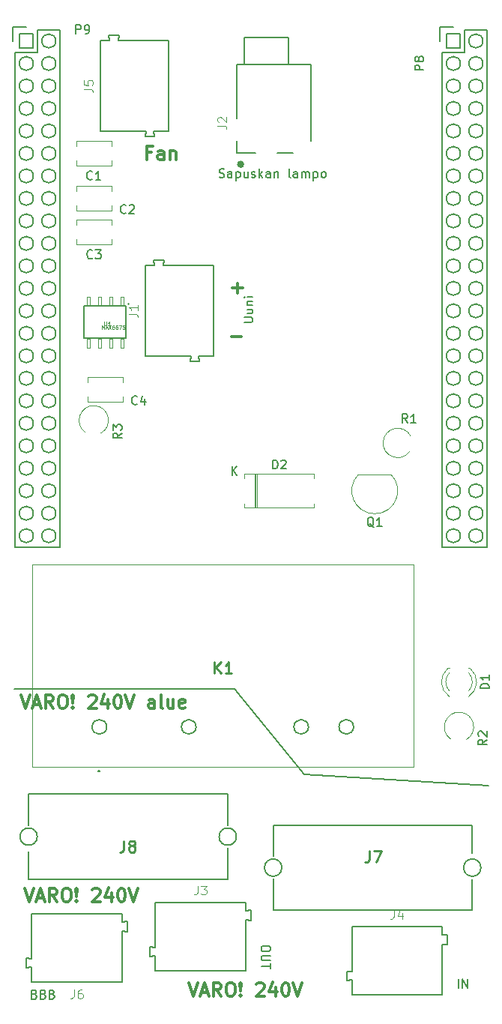
<source format=gto>
G04 #@! TF.GenerationSoftware,KiCad,Pcbnew,5.1.5-1.fc30*
G04 #@! TF.CreationDate,2020-06-02T12:14:53+03:00*
G04 #@! TF.ProjectId,savustin_real2,73617675-7374-4696-9e5f-7265616c322e,rev?*
G04 #@! TF.SameCoordinates,PX6d2994cPYa3a71e0*
G04 #@! TF.FileFunction,Legend,Top*
G04 #@! TF.FilePolarity,Positive*
%FSLAX46Y46*%
G04 Gerber Fmt 4.6, Leading zero omitted, Abs format (unit mm)*
G04 Created by KiCad (PCBNEW 5.1.5-1.fc30) date 2020-06-02 12:14:53*
%MOMM*%
%LPD*%
G04 APERTURE LIST*
%ADD10C,0.150000*%
%ADD11C,0.300000*%
%ADD12C,0.200000*%
%ADD13C,0.101600*%
%ADD14C,0.152400*%
%ADD15C,0.066040*%
%ADD16C,0.400000*%
%ADD17C,0.127000*%
%ADD18C,0.120000*%
%ADD19C,0.100000*%
%ADD20C,0.254000*%
%ADD21C,0.025400*%
%ADD22C,0.015000*%
G04 APERTURE END LIST*
D10*
X33274000Y26416000D02*
X54102000Y25146000D01*
X25400000Y36068000D02*
X33274000Y26416000D01*
X508000Y36068000D02*
X25400000Y36068000D01*
D11*
X20277142Y2853429D02*
X20777142Y1353429D01*
X21277142Y2853429D01*
X21705714Y1782000D02*
X22420000Y1782000D01*
X21562857Y1353429D02*
X22062857Y2853429D01*
X22562857Y1353429D01*
X23920000Y1353429D02*
X23420000Y2067715D01*
X23062857Y1353429D02*
X23062857Y2853429D01*
X23634285Y2853429D01*
X23777142Y2782000D01*
X23848571Y2710572D01*
X23920000Y2567715D01*
X23920000Y2353429D01*
X23848571Y2210572D01*
X23777142Y2139143D01*
X23634285Y2067715D01*
X23062857Y2067715D01*
X24848571Y2853429D02*
X25134285Y2853429D01*
X25277142Y2782000D01*
X25420000Y2639143D01*
X25491428Y2353429D01*
X25491428Y1853429D01*
X25420000Y1567715D01*
X25277142Y1424858D01*
X25134285Y1353429D01*
X24848571Y1353429D01*
X24705714Y1424858D01*
X24562857Y1567715D01*
X24491428Y1853429D01*
X24491428Y2353429D01*
X24562857Y2639143D01*
X24705714Y2782000D01*
X24848571Y2853429D01*
X26134285Y1496286D02*
X26205714Y1424858D01*
X26134285Y1353429D01*
X26062857Y1424858D01*
X26134285Y1496286D01*
X26134285Y1353429D01*
X26134285Y1924858D02*
X26062857Y2782000D01*
X26134285Y2853429D01*
X26205714Y2782000D01*
X26134285Y1924858D01*
X26134285Y2853429D01*
X27920000Y2710572D02*
X27991428Y2782000D01*
X28134285Y2853429D01*
X28491428Y2853429D01*
X28634285Y2782000D01*
X28705714Y2710572D01*
X28777142Y2567715D01*
X28777142Y2424858D01*
X28705714Y2210572D01*
X27848571Y1353429D01*
X28777142Y1353429D01*
X30062857Y2353429D02*
X30062857Y1353429D01*
X29705714Y2924858D02*
X29348571Y1853429D01*
X30277142Y1853429D01*
X31134285Y2853429D02*
X31277142Y2853429D01*
X31420000Y2782000D01*
X31491428Y2710572D01*
X31562857Y2567715D01*
X31634285Y2282000D01*
X31634285Y1924858D01*
X31562857Y1639143D01*
X31491428Y1496286D01*
X31420000Y1424858D01*
X31277142Y1353429D01*
X31134285Y1353429D01*
X30991428Y1424858D01*
X30920000Y1496286D01*
X30848571Y1639143D01*
X30777142Y1924858D01*
X30777142Y2282000D01*
X30848571Y2567715D01*
X30920000Y2710572D01*
X30991428Y2782000D01*
X31134285Y2853429D01*
X32062857Y2853429D02*
X32562857Y1353429D01*
X33062857Y2853429D01*
X1735142Y13521429D02*
X2235142Y12021429D01*
X2735142Y13521429D01*
X3163714Y12450000D02*
X3878000Y12450000D01*
X3020857Y12021429D02*
X3520857Y13521429D01*
X4020857Y12021429D01*
X5378000Y12021429D02*
X4878000Y12735715D01*
X4520857Y12021429D02*
X4520857Y13521429D01*
X5092285Y13521429D01*
X5235142Y13450000D01*
X5306571Y13378572D01*
X5378000Y13235715D01*
X5378000Y13021429D01*
X5306571Y12878572D01*
X5235142Y12807143D01*
X5092285Y12735715D01*
X4520857Y12735715D01*
X6306571Y13521429D02*
X6592285Y13521429D01*
X6735142Y13450000D01*
X6878000Y13307143D01*
X6949428Y13021429D01*
X6949428Y12521429D01*
X6878000Y12235715D01*
X6735142Y12092858D01*
X6592285Y12021429D01*
X6306571Y12021429D01*
X6163714Y12092858D01*
X6020857Y12235715D01*
X5949428Y12521429D01*
X5949428Y13021429D01*
X6020857Y13307143D01*
X6163714Y13450000D01*
X6306571Y13521429D01*
X7592285Y12164286D02*
X7663714Y12092858D01*
X7592285Y12021429D01*
X7520857Y12092858D01*
X7592285Y12164286D01*
X7592285Y12021429D01*
X7592285Y12592858D02*
X7520857Y13450000D01*
X7592285Y13521429D01*
X7663714Y13450000D01*
X7592285Y12592858D01*
X7592285Y13521429D01*
X9378000Y13378572D02*
X9449428Y13450000D01*
X9592285Y13521429D01*
X9949428Y13521429D01*
X10092285Y13450000D01*
X10163714Y13378572D01*
X10235142Y13235715D01*
X10235142Y13092858D01*
X10163714Y12878572D01*
X9306571Y12021429D01*
X10235142Y12021429D01*
X11520857Y13021429D02*
X11520857Y12021429D01*
X11163714Y13592858D02*
X10806571Y12521429D01*
X11735142Y12521429D01*
X12592285Y13521429D02*
X12735142Y13521429D01*
X12878000Y13450000D01*
X12949428Y13378572D01*
X13020857Y13235715D01*
X13092285Y12950000D01*
X13092285Y12592858D01*
X13020857Y12307143D01*
X12949428Y12164286D01*
X12878000Y12092858D01*
X12735142Y12021429D01*
X12592285Y12021429D01*
X12449428Y12092858D01*
X12378000Y12164286D01*
X12306571Y12307143D01*
X12235142Y12592858D01*
X12235142Y12950000D01*
X12306571Y13235715D01*
X12378000Y13378572D01*
X12449428Y13450000D01*
X12592285Y13521429D01*
X13520857Y13521429D02*
X14020857Y12021429D01*
X14520857Y13521429D01*
D10*
X2830628Y1544629D02*
X2973485Y1497010D01*
X3021104Y1449391D01*
X3068723Y1354153D01*
X3068723Y1211296D01*
X3021104Y1116058D01*
X2973485Y1068439D01*
X2878247Y1020820D01*
X2497295Y1020820D01*
X2497295Y2020820D01*
X2830628Y2020820D01*
X2925866Y1973200D01*
X2973485Y1925581D01*
X3021104Y1830343D01*
X3021104Y1735105D01*
X2973485Y1639867D01*
X2925866Y1592248D01*
X2830628Y1544629D01*
X2497295Y1544629D01*
X3830628Y1544629D02*
X3973485Y1497010D01*
X4021104Y1449391D01*
X4068723Y1354153D01*
X4068723Y1211296D01*
X4021104Y1116058D01*
X3973485Y1068439D01*
X3878247Y1020820D01*
X3497295Y1020820D01*
X3497295Y2020820D01*
X3830628Y2020820D01*
X3925866Y1973200D01*
X3973485Y1925581D01*
X4021104Y1830343D01*
X4021104Y1735105D01*
X3973485Y1639867D01*
X3925866Y1592248D01*
X3830628Y1544629D01*
X3497295Y1544629D01*
X4830628Y1544629D02*
X4973485Y1497010D01*
X5021104Y1449391D01*
X5068723Y1354153D01*
X5068723Y1211296D01*
X5021104Y1116058D01*
X4973485Y1068439D01*
X4878247Y1020820D01*
X4497295Y1020820D01*
X4497295Y2020820D01*
X4830628Y2020820D01*
X4925866Y1973200D01*
X4973485Y1925581D01*
X5021104Y1830343D01*
X5021104Y1735105D01*
X4973485Y1639867D01*
X4925866Y1592248D01*
X4830628Y1544629D01*
X4497295Y1544629D01*
D11*
X16002142Y96627143D02*
X15502142Y96627143D01*
X15502142Y95841429D02*
X15502142Y97341429D01*
X16216428Y97341429D01*
X17430714Y95841429D02*
X17430714Y96627143D01*
X17359285Y96770000D01*
X17216428Y96841429D01*
X16930714Y96841429D01*
X16787857Y96770000D01*
X17430714Y95912858D02*
X17287857Y95841429D01*
X16930714Y95841429D01*
X16787857Y95912858D01*
X16716428Y96055715D01*
X16716428Y96198572D01*
X16787857Y96341429D01*
X16930714Y96412858D01*
X17287857Y96412858D01*
X17430714Y96484286D01*
X18145000Y96841429D02*
X18145000Y95841429D01*
X18145000Y96698572D02*
X18216428Y96770000D01*
X18359285Y96841429D01*
X18573571Y96841429D01*
X18716428Y96770000D01*
X18787857Y96627143D01*
X18787857Y95841429D01*
D10*
X23694190Y93829239D02*
X23837047Y93781620D01*
X24075142Y93781620D01*
X24170380Y93829239D01*
X24218000Y93876858D01*
X24265619Y93972096D01*
X24265619Y94067334D01*
X24218000Y94162572D01*
X24170380Y94210191D01*
X24075142Y94257810D01*
X23884666Y94305429D01*
X23789428Y94353048D01*
X23741809Y94400667D01*
X23694190Y94495905D01*
X23694190Y94591143D01*
X23741809Y94686381D01*
X23789428Y94734000D01*
X23884666Y94781620D01*
X24122761Y94781620D01*
X24265619Y94734000D01*
X25122761Y93781620D02*
X25122761Y94305429D01*
X25075142Y94400667D01*
X24979904Y94448286D01*
X24789428Y94448286D01*
X24694190Y94400667D01*
X25122761Y93829239D02*
X25027523Y93781620D01*
X24789428Y93781620D01*
X24694190Y93829239D01*
X24646571Y93924477D01*
X24646571Y94019715D01*
X24694190Y94114953D01*
X24789428Y94162572D01*
X25027523Y94162572D01*
X25122761Y94210191D01*
X25598952Y94448286D02*
X25598952Y93448286D01*
X25598952Y94400667D02*
X25694190Y94448286D01*
X25884666Y94448286D01*
X25979904Y94400667D01*
X26027523Y94353048D01*
X26075142Y94257810D01*
X26075142Y93972096D01*
X26027523Y93876858D01*
X25979904Y93829239D01*
X25884666Y93781620D01*
X25694190Y93781620D01*
X25598952Y93829239D01*
X26932285Y94448286D02*
X26932285Y93781620D01*
X26503714Y94448286D02*
X26503714Y93924477D01*
X26551333Y93829239D01*
X26646571Y93781620D01*
X26789428Y93781620D01*
X26884666Y93829239D01*
X26932285Y93876858D01*
X27360857Y93829239D02*
X27456095Y93781620D01*
X27646571Y93781620D01*
X27741809Y93829239D01*
X27789428Y93924477D01*
X27789428Y93972096D01*
X27741809Y94067334D01*
X27646571Y94114953D01*
X27503714Y94114953D01*
X27408476Y94162572D01*
X27360857Y94257810D01*
X27360857Y94305429D01*
X27408476Y94400667D01*
X27503714Y94448286D01*
X27646571Y94448286D01*
X27741809Y94400667D01*
X28218000Y93781620D02*
X28218000Y94781620D01*
X28313238Y94162572D02*
X28598952Y93781620D01*
X28598952Y94448286D02*
X28218000Y94067334D01*
X29456095Y93781620D02*
X29456095Y94305429D01*
X29408476Y94400667D01*
X29313238Y94448286D01*
X29122761Y94448286D01*
X29027523Y94400667D01*
X29456095Y93829239D02*
X29360857Y93781620D01*
X29122761Y93781620D01*
X29027523Y93829239D01*
X28979904Y93924477D01*
X28979904Y94019715D01*
X29027523Y94114953D01*
X29122761Y94162572D01*
X29360857Y94162572D01*
X29456095Y94210191D01*
X29932285Y94448286D02*
X29932285Y93781620D01*
X29932285Y94353048D02*
X29979904Y94400667D01*
X30075142Y94448286D01*
X30218000Y94448286D01*
X30313238Y94400667D01*
X30360857Y94305429D01*
X30360857Y93781620D01*
X31741809Y93781620D02*
X31646571Y93829239D01*
X31598952Y93924477D01*
X31598952Y94781620D01*
X32551333Y93781620D02*
X32551333Y94305429D01*
X32503714Y94400667D01*
X32408476Y94448286D01*
X32218000Y94448286D01*
X32122761Y94400667D01*
X32551333Y93829239D02*
X32456095Y93781620D01*
X32218000Y93781620D01*
X32122761Y93829239D01*
X32075142Y93924477D01*
X32075142Y94019715D01*
X32122761Y94114953D01*
X32218000Y94162572D01*
X32456095Y94162572D01*
X32551333Y94210191D01*
X33027523Y93781620D02*
X33027523Y94448286D01*
X33027523Y94353048D02*
X33075142Y94400667D01*
X33170380Y94448286D01*
X33313238Y94448286D01*
X33408476Y94400667D01*
X33456095Y94305429D01*
X33456095Y93781620D01*
X33456095Y94305429D02*
X33503714Y94400667D01*
X33598952Y94448286D01*
X33741809Y94448286D01*
X33837047Y94400667D01*
X33884666Y94305429D01*
X33884666Y93781620D01*
X34360857Y94448286D02*
X34360857Y93448286D01*
X34360857Y94400667D02*
X34456095Y94448286D01*
X34646571Y94448286D01*
X34741809Y94400667D01*
X34789428Y94353048D01*
X34837047Y94257810D01*
X34837047Y93972096D01*
X34789428Y93876858D01*
X34741809Y93829239D01*
X34646571Y93781620D01*
X34456095Y93781620D01*
X34360857Y93829239D01*
X35408476Y93781620D02*
X35313238Y93829239D01*
X35265619Y93876858D01*
X35218000Y93972096D01*
X35218000Y94257810D01*
X35265619Y94353048D01*
X35313238Y94400667D01*
X35408476Y94448286D01*
X35551333Y94448286D01*
X35646571Y94400667D01*
X35694190Y94353048D01*
X35741809Y94257810D01*
X35741809Y93972096D01*
X35694190Y93876858D01*
X35646571Y93829239D01*
X35551333Y93781620D01*
X35408476Y93781620D01*
X26503380Y77438429D02*
X27312904Y77438429D01*
X27408142Y77486048D01*
X27455761Y77533667D01*
X27503380Y77628905D01*
X27503380Y77819381D01*
X27455761Y77914620D01*
X27408142Y77962239D01*
X27312904Y78009858D01*
X26503380Y78009858D01*
X26836714Y78914620D02*
X27503380Y78914620D01*
X26836714Y78486048D02*
X27360523Y78486048D01*
X27455761Y78533667D01*
X27503380Y78628905D01*
X27503380Y78771762D01*
X27455761Y78867000D01*
X27408142Y78914620D01*
X26836714Y79390810D02*
X27503380Y79390810D01*
X26931952Y79390810D02*
X26884333Y79438429D01*
X26836714Y79533667D01*
X26836714Y79676524D01*
X26884333Y79771762D01*
X26979571Y79819381D01*
X27503380Y79819381D01*
X27503380Y80295572D02*
X26836714Y80295572D01*
X26503380Y80295572D02*
X26551000Y80247953D01*
X26598619Y80295572D01*
X26551000Y80343191D01*
X26503380Y80295572D01*
X26598619Y80295572D01*
X50733390Y2290820D02*
X50733390Y3290820D01*
X51209580Y2290820D02*
X51209580Y3290820D01*
X51781009Y2290820D01*
X51781009Y3290820D01*
X29452819Y6791200D02*
X29452819Y6600724D01*
X29405200Y6505486D01*
X29309961Y6410248D01*
X29119485Y6362629D01*
X28786152Y6362629D01*
X28595676Y6410248D01*
X28500438Y6505486D01*
X28452819Y6600724D01*
X28452819Y6791200D01*
X28500438Y6886439D01*
X28595676Y6981677D01*
X28786152Y7029296D01*
X29119485Y7029296D01*
X29309961Y6981677D01*
X29405200Y6886439D01*
X29452819Y6791200D01*
X29452819Y5934058D02*
X28643295Y5934058D01*
X28548057Y5886439D01*
X28500438Y5838820D01*
X28452819Y5743581D01*
X28452819Y5553105D01*
X28500438Y5457867D01*
X28548057Y5410248D01*
X28643295Y5362629D01*
X29452819Y5362629D01*
X29452819Y5029296D02*
X29452819Y4457867D01*
X28452819Y4743581D02*
X29452819Y4743581D01*
D11*
X1310857Y35365429D02*
X1810857Y33865429D01*
X2310857Y35365429D01*
X2739428Y34294000D02*
X3453714Y34294000D01*
X2596571Y33865429D02*
X3096571Y35365429D01*
X3596571Y33865429D01*
X4953714Y33865429D02*
X4453714Y34579715D01*
X4096571Y33865429D02*
X4096571Y35365429D01*
X4668000Y35365429D01*
X4810857Y35294000D01*
X4882285Y35222572D01*
X4953714Y35079715D01*
X4953714Y34865429D01*
X4882285Y34722572D01*
X4810857Y34651143D01*
X4668000Y34579715D01*
X4096571Y34579715D01*
X5882285Y35365429D02*
X6168000Y35365429D01*
X6310857Y35294000D01*
X6453714Y35151143D01*
X6525142Y34865429D01*
X6525142Y34365429D01*
X6453714Y34079715D01*
X6310857Y33936858D01*
X6168000Y33865429D01*
X5882285Y33865429D01*
X5739428Y33936858D01*
X5596571Y34079715D01*
X5525142Y34365429D01*
X5525142Y34865429D01*
X5596571Y35151143D01*
X5739428Y35294000D01*
X5882285Y35365429D01*
X7168000Y34008286D02*
X7239428Y33936858D01*
X7168000Y33865429D01*
X7096571Y33936858D01*
X7168000Y34008286D01*
X7168000Y33865429D01*
X7168000Y34436858D02*
X7096571Y35294000D01*
X7168000Y35365429D01*
X7239428Y35294000D01*
X7168000Y34436858D01*
X7168000Y35365429D01*
X8953714Y35222572D02*
X9025142Y35294000D01*
X9168000Y35365429D01*
X9525142Y35365429D01*
X9668000Y35294000D01*
X9739428Y35222572D01*
X9810857Y35079715D01*
X9810857Y34936858D01*
X9739428Y34722572D01*
X8882285Y33865429D01*
X9810857Y33865429D01*
X11096571Y34865429D02*
X11096571Y33865429D01*
X10739428Y35436858D02*
X10382285Y34365429D01*
X11310857Y34365429D01*
X12168000Y35365429D02*
X12310857Y35365429D01*
X12453714Y35294000D01*
X12525142Y35222572D01*
X12596571Y35079715D01*
X12668000Y34794000D01*
X12668000Y34436858D01*
X12596571Y34151143D01*
X12525142Y34008286D01*
X12453714Y33936858D01*
X12310857Y33865429D01*
X12168000Y33865429D01*
X12025142Y33936858D01*
X11953714Y34008286D01*
X11882285Y34151143D01*
X11810857Y34436858D01*
X11810857Y34794000D01*
X11882285Y35079715D01*
X11953714Y35222572D01*
X12025142Y35294000D01*
X12168000Y35365429D01*
X13096571Y35365429D02*
X13596571Y33865429D01*
X14096571Y35365429D01*
X16382285Y33865429D02*
X16382285Y34651143D01*
X16310857Y34794000D01*
X16168000Y34865429D01*
X15882285Y34865429D01*
X15739428Y34794000D01*
X16382285Y33936858D02*
X16239428Y33865429D01*
X15882285Y33865429D01*
X15739428Y33936858D01*
X15668000Y34079715D01*
X15668000Y34222572D01*
X15739428Y34365429D01*
X15882285Y34436858D01*
X16239428Y34436858D01*
X16382285Y34508286D01*
X17310857Y33865429D02*
X17168000Y33936858D01*
X17096571Y34079715D01*
X17096571Y35365429D01*
X18525142Y34865429D02*
X18525142Y33865429D01*
X17882285Y34865429D02*
X17882285Y34079715D01*
X17953714Y33936858D01*
X18096571Y33865429D01*
X18310857Y33865429D01*
X18453714Y33936858D01*
X18525142Y34008286D01*
X19810857Y33936858D02*
X19668000Y33865429D01*
X19382285Y33865429D01*
X19239428Y33936858D01*
X19168000Y34079715D01*
X19168000Y34651143D01*
X19239428Y34794000D01*
X19382285Y34865429D01*
X19668000Y34865429D01*
X19810857Y34794000D01*
X19882285Y34651143D01*
X19882285Y34508286D01*
X19168000Y34365429D01*
X25082571Y75838858D02*
X26225428Y75838858D01*
X25209571Y81299858D02*
X26352428Y81299858D01*
X25781000Y80728429D02*
X25781000Y81871286D01*
D12*
X24661200Y14554800D02*
X24661200Y18045800D01*
X2161200Y14554800D02*
X2161200Y17705800D01*
X2161200Y24154800D02*
X2161200Y20662800D01*
X24661200Y24154800D02*
X24661200Y20614800D01*
X2161200Y24154800D02*
X24661200Y24154800D01*
X24661200Y14554800D02*
X2161200Y14554800D01*
X29796400Y20649600D02*
X29796400Y17158600D01*
X52296400Y20649600D02*
X52296400Y17498600D01*
X52296400Y11049600D02*
X52296400Y14541600D01*
X29796400Y11049600D02*
X29796400Y14589600D01*
X52296400Y11049600D02*
X29796400Y11049600D01*
X29796400Y20649600D02*
X52296400Y20649600D01*
D13*
X13562579Y79502000D02*
G75*
G03X13562579Y79502000I-100579J0D01*
G01*
D14*
X13154660Y75669140D02*
X13154660Y79270860D01*
X8435340Y75669140D02*
X13154660Y75669140D01*
X8435340Y79270860D02*
X8435340Y75669140D01*
X13154660Y79270860D02*
X8435340Y79270860D01*
D15*
X9067800Y75615800D02*
X9067800Y74599800D01*
X9067800Y74599800D02*
X8712200Y74599800D01*
X8712200Y75615800D02*
X8712200Y74599800D01*
X9067800Y75615800D02*
X8712200Y75615800D01*
X10337800Y75615800D02*
X10337800Y74599800D01*
X10337800Y74599800D02*
X9982200Y74599800D01*
X9982200Y75615800D02*
X9982200Y74599800D01*
X10337800Y75615800D02*
X9982200Y75615800D01*
X11607800Y75615800D02*
X11607800Y74599800D01*
X11607800Y74599800D02*
X11252200Y74599800D01*
X11252200Y75615800D02*
X11252200Y74599800D01*
X11607800Y75615800D02*
X11252200Y75615800D01*
X12877800Y75615800D02*
X12877800Y74599800D01*
X12877800Y74599800D02*
X12522200Y74599800D01*
X12522200Y75615800D02*
X12522200Y74599800D01*
X12877800Y75615800D02*
X12522200Y75615800D01*
X9067800Y80340200D02*
X9067800Y79324200D01*
X9067800Y79324200D02*
X8712200Y79324200D01*
X8712200Y80340200D02*
X8712200Y79324200D01*
X9067800Y80340200D02*
X8712200Y80340200D01*
X10337800Y80340200D02*
X10337800Y79324200D01*
X10337800Y79324200D02*
X9982200Y79324200D01*
X9982200Y80340200D02*
X9982200Y79324200D01*
X10337800Y80340200D02*
X9982200Y80340200D01*
X11607800Y80340200D02*
X11607800Y79324200D01*
X11607800Y79324200D02*
X11252200Y79324200D01*
X11252200Y80340200D02*
X11252200Y79324200D01*
X11607800Y80340200D02*
X11252200Y80340200D01*
X12877800Y80340200D02*
X12877800Y79324200D01*
X12877800Y79324200D02*
X12522200Y79324200D01*
X12522200Y80340200D02*
X12522200Y79324200D01*
X12877800Y80340200D02*
X12522200Y80340200D01*
D16*
X26315000Y95290000D02*
G75*
G03X26315000Y95290000I-200000J0D01*
G01*
D17*
X31545000Y109600000D02*
X31545000Y106600000D01*
X26545000Y109600000D02*
X31545000Y109600000D01*
X26545000Y106600000D02*
X26545000Y109600000D01*
X31995000Y96600000D02*
X30295000Y96600000D01*
X25645000Y96600000D02*
X27795000Y96600000D01*
X25645000Y97900000D02*
X25645000Y96600000D01*
X25645000Y106600000D02*
X25645000Y100450000D01*
X26545000Y106600000D02*
X25645000Y106600000D01*
X31545000Y106600000D02*
X26545000Y106600000D01*
X34045000Y106600000D02*
X31545000Y106600000D01*
X34045000Y97950000D02*
X34045000Y106600000D01*
D18*
X27700000Y60340000D02*
X27700000Y56500000D01*
X27940000Y60340000D02*
X27940000Y56500000D01*
X27820000Y60340000D02*
X27820000Y56500000D01*
X34400000Y56500000D02*
X34400000Y56980000D01*
X26560000Y56500000D02*
X34400000Y56500000D01*
X26560000Y56980000D02*
X26560000Y56500000D01*
X34400000Y60340000D02*
X34400000Y59860000D01*
X26560000Y60340000D02*
X34400000Y60340000D01*
X26560000Y59860000D02*
X26560000Y60340000D01*
X49720000Y38390000D02*
X49564000Y38390000D01*
X52036000Y38390000D02*
X51880000Y38390000D01*
X49720163Y35788870D02*
G75*
G02X49720000Y37870961I1079837J1041130D01*
G01*
X51879837Y35788870D02*
G75*
G03X51880000Y37870961I-1079837J1041130D01*
G01*
X49721392Y35157665D02*
G75*
G02X49564484Y38390000I1078608J1672335D01*
G01*
X51878608Y35157665D02*
G75*
G03X52035516Y38390000I-1078608J1672335D01*
G01*
X8553620Y65027725D02*
G75*
G02X10325000Y64919228I971380J1344775D01*
G01*
X49828620Y30405225D02*
G75*
G02X51600000Y30296728I971380J1344775D01*
G01*
X45223275Y62846120D02*
G75*
G02X45331772Y64617500I-1344775J971380D01*
G01*
D12*
X10210000Y26750000D02*
G75*
G02X10010000Y26750000I-100000J0D01*
G01*
X10010000Y26750000D02*
G75*
G02X10210000Y26750000I100000J0D01*
G01*
X10010000Y26750000D02*
X10010000Y26750000D01*
X10210000Y26750000D02*
X10210000Y26750000D01*
D19*
X45660000Y50050000D02*
X45660000Y27250000D01*
X2560000Y50050000D02*
X45660000Y50050000D01*
X2560000Y27250000D02*
X2560000Y50050000D01*
X45660000Y27250000D02*
X2560000Y27250000D01*
D12*
X2520000Y5550000D02*
X2520000Y10650000D01*
X1920000Y5625000D02*
X2520000Y5550000D01*
X1920000Y4575000D02*
X1920000Y5625000D01*
X2520000Y4650000D02*
X1920000Y4575000D01*
X2520000Y2950000D02*
X2520000Y4650000D01*
X12720000Y2950000D02*
X2520000Y2950000D01*
X12720000Y8650000D02*
X12720000Y2950000D01*
X13320000Y8600000D02*
X12720000Y8650000D01*
X13320000Y9750000D02*
X13320000Y8600000D01*
X12720000Y9700000D02*
X13320000Y9750000D01*
X12720000Y10650000D02*
X12720000Y9700000D01*
X2520000Y10650000D02*
X12720000Y10650000D01*
X15405000Y99040000D02*
X10305000Y99040000D01*
X15330000Y98440000D02*
X15405000Y99040000D01*
X16380000Y98440000D02*
X15330000Y98440000D01*
X16305000Y99040000D02*
X16380000Y98440000D01*
X18005000Y99040000D02*
X16305000Y99040000D01*
X18005000Y109240000D02*
X18005000Y99040000D01*
X12305000Y109240000D02*
X18005000Y109240000D01*
X12355000Y109840000D02*
X12305000Y109240000D01*
X11205000Y109840000D02*
X12355000Y109840000D01*
X11255000Y109240000D02*
X11205000Y109840000D01*
X10305000Y109240000D02*
X11255000Y109240000D01*
X10305000Y99040000D02*
X10305000Y109240000D01*
X38689600Y4076800D02*
X38689600Y9176800D01*
X38089600Y4151800D02*
X38689600Y4076800D01*
X38089600Y3101800D02*
X38089600Y4151800D01*
X38689600Y3176800D02*
X38089600Y3101800D01*
X38689600Y1476800D02*
X38689600Y3176800D01*
X48889600Y1476800D02*
X38689600Y1476800D01*
X48889600Y7176800D02*
X48889600Y1476800D01*
X49489600Y7126800D02*
X48889600Y7176800D01*
X49489600Y8276800D02*
X49489600Y7126800D01*
X48889600Y8226800D02*
X49489600Y8276800D01*
X48889600Y9176800D02*
X48889600Y8226800D01*
X38689600Y9176800D02*
X48889600Y9176800D01*
X16490000Y6820000D02*
X16490000Y11920000D01*
X15890000Y6895000D02*
X16490000Y6820000D01*
X15890000Y5845000D02*
X15890000Y6895000D01*
X16490000Y5920000D02*
X15890000Y5845000D01*
X16490000Y4220000D02*
X16490000Y5920000D01*
X26690000Y4220000D02*
X16490000Y4220000D01*
X26690000Y9920000D02*
X26690000Y4220000D01*
X27290000Y9870000D02*
X26690000Y9920000D01*
X27290000Y11020000D02*
X27290000Y9870000D01*
X26690000Y10970000D02*
X27290000Y11020000D01*
X26690000Y11920000D02*
X26690000Y10970000D01*
X16490000Y11920000D02*
X26690000Y11920000D01*
D18*
X39436522Y60258478D02*
G75*
G03X41275000Y55820000I1838478J-1838478D01*
G01*
X43113478Y60258478D02*
G75*
G02X41275000Y55820000I-1838478J-1838478D01*
G01*
X43075000Y60270000D02*
X39475000Y60270000D01*
D12*
X20485000Y73640000D02*
X15385000Y73640000D01*
X20410000Y73040000D02*
X20485000Y73640000D01*
X21460000Y73040000D02*
X20410000Y73040000D01*
X21385000Y73640000D02*
X21460000Y73040000D01*
X23085000Y73640000D02*
X21385000Y73640000D01*
X23085000Y83840000D02*
X23085000Y73640000D01*
X17385000Y83840000D02*
X23085000Y83840000D01*
X17435000Y84440000D02*
X17385000Y83840000D01*
X16285000Y84440000D02*
X17435000Y84440000D01*
X16335000Y83840000D02*
X16285000Y84440000D01*
X15385000Y83840000D02*
X16335000Y83840000D01*
X15385000Y73640000D02*
X15385000Y83840000D01*
D18*
X8795000Y70645000D02*
X8795000Y71270000D01*
X8795000Y68430000D02*
X8795000Y69055000D01*
X12835000Y70645000D02*
X12835000Y71270000D01*
X12835000Y68430000D02*
X12835000Y69055000D01*
X12835000Y71270000D02*
X8795000Y71270000D01*
X12835000Y68430000D02*
X8795000Y68430000D01*
X7525000Y88425000D02*
X7525000Y89050000D01*
X7525000Y86210000D02*
X7525000Y86835000D01*
X11565000Y88425000D02*
X11565000Y89050000D01*
X11565000Y86210000D02*
X11565000Y86835000D01*
X11565000Y89050000D02*
X7525000Y89050000D01*
X11565000Y86210000D02*
X7525000Y86210000D01*
X7525000Y92235000D02*
X7525000Y92860000D01*
X7525000Y90020000D02*
X7525000Y90645000D01*
X11565000Y92235000D02*
X11565000Y92860000D01*
X11565000Y90020000D02*
X11565000Y90645000D01*
X11565000Y92860000D02*
X7525000Y92860000D01*
X11565000Y90020000D02*
X7525000Y90020000D01*
X7525000Y97315000D02*
X7525000Y97940000D01*
X7525000Y95100000D02*
X7525000Y95725000D01*
X11565000Y97315000D02*
X11565000Y97940000D01*
X11565000Y95100000D02*
X11565000Y95725000D01*
X11565000Y97940000D02*
X7525000Y97940000D01*
X11565000Y95100000D02*
X7525000Y95100000D01*
D10*
X53975000Y52070000D02*
X53975000Y110490000D01*
X48895000Y52070000D02*
X48895000Y107950000D01*
X53975000Y52070000D02*
X48895000Y52070000D01*
X53975000Y110490000D02*
X51435000Y110490000D01*
X50165000Y110770000D02*
X48615000Y110770000D01*
X51435000Y110490000D02*
X51435000Y107950000D01*
X51435000Y107950000D02*
X48895000Y107950000D01*
X48615000Y110770000D02*
X48615000Y109220000D01*
X5715000Y52070000D02*
X5715000Y110490000D01*
X635000Y52070000D02*
X635000Y107950000D01*
X5715000Y52070000D02*
X635000Y52070000D01*
X5715000Y110490000D02*
X3175000Y110490000D01*
X1905000Y110770000D02*
X355000Y110770000D01*
X3175000Y110490000D02*
X3175000Y107950000D01*
X3175000Y107950000D02*
X635000Y107950000D01*
X355000Y110770000D02*
X355000Y109220000D01*
X3136200Y19354800D02*
G75*
G03X3136200Y19354800I-975000J0D01*
G01*
X25636200Y19354800D02*
G75*
G03X25636200Y19354800I-975000J0D01*
G01*
X53271400Y15849600D02*
G75*
G03X53271400Y15849600I-975000J0D01*
G01*
X30771400Y15849600D02*
G75*
G03X30771400Y15849600I-975000J0D01*
G01*
X38885000Y31750000D02*
G75*
G03X38885000Y31750000I-825000J0D01*
G01*
X33785000Y31750000D02*
G75*
G03X33785000Y31750000I-825000J0D01*
G01*
X21085000Y31750000D02*
G75*
G03X21085000Y31750000I-825000J0D01*
G01*
X10985000Y31750000D02*
G75*
G03X10985000Y31750000I-825000J0D01*
G01*
X49376400Y110008600D02*
X49376400Y108431400D01*
X50953600Y108431400D01*
X50953600Y110008600D01*
X49376400Y110008600D01*
X51916400Y109220000D02*
X51916400Y109220000D01*
X53493600Y109220000D02*
X53493600Y109220000D01*
X51916400Y109220000D02*
G75*
G03X53493600Y109220000I788600J0D01*
G01*
X53493600Y109220000D02*
G75*
G03X51916400Y109220000I-788600J0D01*
G01*
X49376400Y106680000D02*
X49376400Y106680000D01*
X50953600Y106680000D02*
X50953600Y106680000D01*
X49376400Y106680000D02*
G75*
G03X50953600Y106680000I788600J0D01*
G01*
X50953600Y106680000D02*
G75*
G03X49376400Y106680000I-788600J0D01*
G01*
X51916400Y106680000D02*
X51916400Y106680000D01*
X53493600Y106680000D02*
X53493600Y106680000D01*
X51916400Y106680000D02*
G75*
G03X53493600Y106680000I788600J0D01*
G01*
X53493600Y106680000D02*
G75*
G03X51916400Y106680000I-788600J0D01*
G01*
X49376400Y104140000D02*
X49376400Y104140000D01*
X50953600Y104140000D02*
X50953600Y104140000D01*
X49376400Y104140000D02*
G75*
G03X50953600Y104140000I788600J0D01*
G01*
X50953600Y104140000D02*
G75*
G03X49376400Y104140000I-788600J0D01*
G01*
X51916400Y104140000D02*
X51916400Y104140000D01*
X53493600Y104140000D02*
X53493600Y104140000D01*
X51916400Y104140000D02*
G75*
G03X53493600Y104140000I788600J0D01*
G01*
X53493600Y104140000D02*
G75*
G03X51916400Y104140000I-788600J0D01*
G01*
X49376400Y101600000D02*
X49376400Y101600000D01*
X50953600Y101600000D02*
X50953600Y101600000D01*
X49376400Y101600000D02*
G75*
G03X50953600Y101600000I788600J0D01*
G01*
X50953600Y101600000D02*
G75*
G03X49376400Y101600000I-788600J0D01*
G01*
X51916400Y101600000D02*
X51916400Y101600000D01*
X53493600Y101600000D02*
X53493600Y101600000D01*
X51916400Y101600000D02*
G75*
G03X53493600Y101600000I788600J0D01*
G01*
X53493600Y101600000D02*
G75*
G03X51916400Y101600000I-788600J0D01*
G01*
X49376400Y99060000D02*
X49376400Y99060000D01*
X50953600Y99060000D02*
X50953600Y99060000D01*
X49376400Y99060000D02*
G75*
G03X50953600Y99060000I788600J0D01*
G01*
X50953600Y99060000D02*
G75*
G03X49376400Y99060000I-788600J0D01*
G01*
X51916400Y99060000D02*
X51916400Y99060000D01*
X53493600Y99060000D02*
X53493600Y99060000D01*
X51916400Y99060000D02*
G75*
G03X53493600Y99060000I788600J0D01*
G01*
X53493600Y99060000D02*
G75*
G03X51916400Y99060000I-788600J0D01*
G01*
X49376400Y96520000D02*
X49376400Y96520000D01*
X50953600Y96520000D02*
X50953600Y96520000D01*
X49376400Y96520000D02*
G75*
G03X50953600Y96520000I788600J0D01*
G01*
X50953600Y96520000D02*
G75*
G03X49376400Y96520000I-788600J0D01*
G01*
X51916400Y96520000D02*
X51916400Y96520000D01*
X53493600Y96520000D02*
X53493600Y96520000D01*
X51916400Y96520000D02*
G75*
G03X53493600Y96520000I788600J0D01*
G01*
X53493600Y96520000D02*
G75*
G03X51916400Y96520000I-788600J0D01*
G01*
X49376400Y93980000D02*
X49376400Y93980000D01*
X50953600Y93980000D02*
X50953600Y93980000D01*
X49376400Y93980000D02*
G75*
G03X50953600Y93980000I788600J0D01*
G01*
X50953600Y93980000D02*
G75*
G03X49376400Y93980000I-788600J0D01*
G01*
X51916400Y93980000D02*
X51916400Y93980000D01*
X53493600Y93980000D02*
X53493600Y93980000D01*
X51916400Y93980000D02*
G75*
G03X53493600Y93980000I788600J0D01*
G01*
X53493600Y93980000D02*
G75*
G03X51916400Y93980000I-788600J0D01*
G01*
X49376400Y91440000D02*
X49376400Y91440000D01*
X50953600Y91440000D02*
X50953600Y91440000D01*
X49376400Y91440000D02*
G75*
G03X50953600Y91440000I788600J0D01*
G01*
X50953600Y91440000D02*
G75*
G03X49376400Y91440000I-788600J0D01*
G01*
X51916400Y91440000D02*
X51916400Y91440000D01*
X53493600Y91440000D02*
X53493600Y91440000D01*
X51916400Y91440000D02*
G75*
G03X53493600Y91440000I788600J0D01*
G01*
X53493600Y91440000D02*
G75*
G03X51916400Y91440000I-788600J0D01*
G01*
X49376400Y88900000D02*
X49376400Y88900000D01*
X50953600Y88900000D02*
X50953600Y88900000D01*
X49376400Y88900000D02*
G75*
G03X50953600Y88900000I788600J0D01*
G01*
X50953600Y88900000D02*
G75*
G03X49376400Y88900000I-788600J0D01*
G01*
X51916400Y88900000D02*
X51916400Y88900000D01*
X53493600Y88900000D02*
X53493600Y88900000D01*
X51916400Y88900000D02*
G75*
G03X53493600Y88900000I788600J0D01*
G01*
X53493600Y88900000D02*
G75*
G03X51916400Y88900000I-788600J0D01*
G01*
X49376400Y86360000D02*
X49376400Y86360000D01*
X50953600Y86360000D02*
X50953600Y86360000D01*
X49376400Y86360000D02*
G75*
G03X50953600Y86360000I788600J0D01*
G01*
X50953600Y86360000D02*
G75*
G03X49376400Y86360000I-788600J0D01*
G01*
X51916400Y86360000D02*
X51916400Y86360000D01*
X53493600Y86360000D02*
X53493600Y86360000D01*
X51916400Y86360000D02*
G75*
G03X53493600Y86360000I788600J0D01*
G01*
X53493600Y86360000D02*
G75*
G03X51916400Y86360000I-788600J0D01*
G01*
X49376400Y83820000D02*
X49376400Y83820000D01*
X50953600Y83820000D02*
X50953600Y83820000D01*
X49376400Y83820000D02*
G75*
G03X50953600Y83820000I788600J0D01*
G01*
X50953600Y83820000D02*
G75*
G03X49376400Y83820000I-788600J0D01*
G01*
X51916400Y83820000D02*
X51916400Y83820000D01*
X53493600Y83820000D02*
X53493600Y83820000D01*
X51916400Y83820000D02*
G75*
G03X53493600Y83820000I788600J0D01*
G01*
X53493600Y83820000D02*
G75*
G03X51916400Y83820000I-788600J0D01*
G01*
X49376400Y81280000D02*
X49376400Y81280000D01*
X50953600Y81280000D02*
X50953600Y81280000D01*
X49376400Y81280000D02*
G75*
G03X50953600Y81280000I788600J0D01*
G01*
X50953600Y81280000D02*
G75*
G03X49376400Y81280000I-788600J0D01*
G01*
X51916400Y81280000D02*
X51916400Y81280000D01*
X53493600Y81280000D02*
X53493600Y81280000D01*
X51916400Y81280000D02*
G75*
G03X53493600Y81280000I788600J0D01*
G01*
X53493600Y81280000D02*
G75*
G03X51916400Y81280000I-788600J0D01*
G01*
X49376400Y78740000D02*
X49376400Y78740000D01*
X50953600Y78740000D02*
X50953600Y78740000D01*
X49376400Y78740000D02*
G75*
G03X50953600Y78740000I788600J0D01*
G01*
X50953600Y78740000D02*
G75*
G03X49376400Y78740000I-788600J0D01*
G01*
X51916400Y78740000D02*
X51916400Y78740000D01*
X53493600Y78740000D02*
X53493600Y78740000D01*
X51916400Y78740000D02*
G75*
G03X53493600Y78740000I788600J0D01*
G01*
X53493600Y78740000D02*
G75*
G03X51916400Y78740000I-788600J0D01*
G01*
X49376400Y76200000D02*
X49376400Y76200000D01*
X50953600Y76200000D02*
X50953600Y76200000D01*
X49376400Y76200000D02*
G75*
G03X50953600Y76200000I788600J0D01*
G01*
X50953600Y76200000D02*
G75*
G03X49376400Y76200000I-788600J0D01*
G01*
X51916400Y76200000D02*
X51916400Y76200000D01*
X53493600Y76200000D02*
X53493600Y76200000D01*
X51916400Y76200000D02*
G75*
G03X53493600Y76200000I788600J0D01*
G01*
X53493600Y76200000D02*
G75*
G03X51916400Y76200000I-788600J0D01*
G01*
X49376400Y73660000D02*
X49376400Y73660000D01*
X50953600Y73660000D02*
X50953600Y73660000D01*
X49376400Y73660000D02*
G75*
G03X50953600Y73660000I788600J0D01*
G01*
X50953600Y73660000D02*
G75*
G03X49376400Y73660000I-788600J0D01*
G01*
X51916400Y73660000D02*
X51916400Y73660000D01*
X53493600Y73660000D02*
X53493600Y73660000D01*
X51916400Y73660000D02*
G75*
G03X53493600Y73660000I788600J0D01*
G01*
X53493600Y73660000D02*
G75*
G03X51916400Y73660000I-788600J0D01*
G01*
X49376400Y71120000D02*
X49376400Y71120000D01*
X50953600Y71120000D02*
X50953600Y71120000D01*
X49376400Y71120000D02*
G75*
G03X50953600Y71120000I788600J0D01*
G01*
X50953600Y71120000D02*
G75*
G03X49376400Y71120000I-788600J0D01*
G01*
X51916400Y71120000D02*
X51916400Y71120000D01*
X53493600Y71120000D02*
X53493600Y71120000D01*
X51916400Y71120000D02*
G75*
G03X53493600Y71120000I788600J0D01*
G01*
X53493600Y71120000D02*
G75*
G03X51916400Y71120000I-788600J0D01*
G01*
X49376400Y68580000D02*
X49376400Y68580000D01*
X50953600Y68580000D02*
X50953600Y68580000D01*
X49376400Y68580000D02*
G75*
G03X50953600Y68580000I788600J0D01*
G01*
X50953600Y68580000D02*
G75*
G03X49376400Y68580000I-788600J0D01*
G01*
X51916400Y68580000D02*
X51916400Y68580000D01*
X53493600Y68580000D02*
X53493600Y68580000D01*
X51916400Y68580000D02*
G75*
G03X53493600Y68580000I788600J0D01*
G01*
X53493600Y68580000D02*
G75*
G03X51916400Y68580000I-788600J0D01*
G01*
X49376400Y66040000D02*
X49376400Y66040000D01*
X50953600Y66040000D02*
X50953600Y66040000D01*
X49376400Y66040000D02*
G75*
G03X50953600Y66040000I788600J0D01*
G01*
X50953600Y66040000D02*
G75*
G03X49376400Y66040000I-788600J0D01*
G01*
X51916400Y66040000D02*
X51916400Y66040000D01*
X53493600Y66040000D02*
X53493600Y66040000D01*
X51916400Y66040000D02*
G75*
G03X53493600Y66040000I788600J0D01*
G01*
X53493600Y66040000D02*
G75*
G03X51916400Y66040000I-788600J0D01*
G01*
X49376400Y63500000D02*
X49376400Y63500000D01*
X50953600Y63500000D02*
X50953600Y63500000D01*
X49376400Y63500000D02*
G75*
G03X50953600Y63500000I788600J0D01*
G01*
X50953600Y63500000D02*
G75*
G03X49376400Y63500000I-788600J0D01*
G01*
X51916400Y63500000D02*
X51916400Y63500000D01*
X53493600Y63500000D02*
X53493600Y63500000D01*
X51916400Y63500000D02*
G75*
G03X53493600Y63500000I788600J0D01*
G01*
X53493600Y63500000D02*
G75*
G03X51916400Y63500000I-788600J0D01*
G01*
X49376400Y60960000D02*
X49376400Y60960000D01*
X50953600Y60960000D02*
X50953600Y60960000D01*
X49376400Y60960000D02*
G75*
G03X50953600Y60960000I788600J0D01*
G01*
X50953600Y60960000D02*
G75*
G03X49376400Y60960000I-788600J0D01*
G01*
X51916400Y60960000D02*
X51916400Y60960000D01*
X53493600Y60960000D02*
X53493600Y60960000D01*
X51916400Y60960000D02*
G75*
G03X53493600Y60960000I788600J0D01*
G01*
X53493600Y60960000D02*
G75*
G03X51916400Y60960000I-788600J0D01*
G01*
X49376400Y58420000D02*
X49376400Y58420000D01*
X50953600Y58420000D02*
X50953600Y58420000D01*
X49376400Y58420000D02*
G75*
G03X50953600Y58420000I788600J0D01*
G01*
X50953600Y58420000D02*
G75*
G03X49376400Y58420000I-788600J0D01*
G01*
X51916400Y58420000D02*
X51916400Y58420000D01*
X53493600Y58420000D02*
X53493600Y58420000D01*
X51916400Y58420000D02*
G75*
G03X53493600Y58420000I788600J0D01*
G01*
X53493600Y58420000D02*
G75*
G03X51916400Y58420000I-788600J0D01*
G01*
X49376400Y55880000D02*
X49376400Y55880000D01*
X50953600Y55880000D02*
X50953600Y55880000D01*
X49376400Y55880000D02*
G75*
G03X50953600Y55880000I788600J0D01*
G01*
X50953600Y55880000D02*
G75*
G03X49376400Y55880000I-788600J0D01*
G01*
X51916400Y55880000D02*
X51916400Y55880000D01*
X53493600Y55880000D02*
X53493600Y55880000D01*
X51916400Y55880000D02*
G75*
G03X53493600Y55880000I788600J0D01*
G01*
X53493600Y55880000D02*
G75*
G03X51916400Y55880000I-788600J0D01*
G01*
X49376400Y53340000D02*
X49376400Y53340000D01*
X50953600Y53340000D02*
X50953600Y53340000D01*
X49376400Y53340000D02*
G75*
G03X50953600Y53340000I788600J0D01*
G01*
X50953600Y53340000D02*
G75*
G03X49376400Y53340000I-788600J0D01*
G01*
X51916400Y53340000D02*
X51916400Y53340000D01*
X53493600Y53340000D02*
X53493600Y53340000D01*
X51916400Y53340000D02*
G75*
G03X53493600Y53340000I788600J0D01*
G01*
X53493600Y53340000D02*
G75*
G03X51916400Y53340000I-788600J0D01*
G01*
X1116400Y110008600D02*
X1116400Y108431400D01*
X2693600Y108431400D01*
X2693600Y110008600D01*
X1116400Y110008600D01*
X3656400Y109220000D02*
X3656400Y109220000D01*
X5233600Y109220000D02*
X5233600Y109220000D01*
X3656400Y109220000D02*
G75*
G03X5233600Y109220000I788600J0D01*
G01*
X5233600Y109220000D02*
G75*
G03X3656400Y109220000I-788600J0D01*
G01*
X1116400Y106680000D02*
X1116400Y106680000D01*
X2693600Y106680000D02*
X2693600Y106680000D01*
X1116400Y106680000D02*
G75*
G03X2693600Y106680000I788600J0D01*
G01*
X2693600Y106680000D02*
G75*
G03X1116400Y106680000I-788600J0D01*
G01*
X3656400Y106680000D02*
X3656400Y106680000D01*
X5233600Y106680000D02*
X5233600Y106680000D01*
X3656400Y106680000D02*
G75*
G03X5233600Y106680000I788600J0D01*
G01*
X5233600Y106680000D02*
G75*
G03X3656400Y106680000I-788600J0D01*
G01*
X1116400Y104140000D02*
X1116400Y104140000D01*
X2693600Y104140000D02*
X2693600Y104140000D01*
X1116400Y104140000D02*
G75*
G03X2693600Y104140000I788600J0D01*
G01*
X2693600Y104140000D02*
G75*
G03X1116400Y104140000I-788600J0D01*
G01*
X3656400Y104140000D02*
X3656400Y104140000D01*
X5233600Y104140000D02*
X5233600Y104140000D01*
X3656400Y104140000D02*
G75*
G03X5233600Y104140000I788600J0D01*
G01*
X5233600Y104140000D02*
G75*
G03X3656400Y104140000I-788600J0D01*
G01*
X1116400Y101600000D02*
X1116400Y101600000D01*
X2693600Y101600000D02*
X2693600Y101600000D01*
X1116400Y101600000D02*
G75*
G03X2693600Y101600000I788600J0D01*
G01*
X2693600Y101600000D02*
G75*
G03X1116400Y101600000I-788600J0D01*
G01*
X3656400Y101600000D02*
X3656400Y101600000D01*
X5233600Y101600000D02*
X5233600Y101600000D01*
X3656400Y101600000D02*
G75*
G03X5233600Y101600000I788600J0D01*
G01*
X5233600Y101600000D02*
G75*
G03X3656400Y101600000I-788600J0D01*
G01*
X1116400Y99060000D02*
X1116400Y99060000D01*
X2693600Y99060000D02*
X2693600Y99060000D01*
X1116400Y99060000D02*
G75*
G03X2693600Y99060000I788600J0D01*
G01*
X2693600Y99060000D02*
G75*
G03X1116400Y99060000I-788600J0D01*
G01*
X3656400Y99060000D02*
X3656400Y99060000D01*
X5233600Y99060000D02*
X5233600Y99060000D01*
X3656400Y99060000D02*
G75*
G03X5233600Y99060000I788600J0D01*
G01*
X5233600Y99060000D02*
G75*
G03X3656400Y99060000I-788600J0D01*
G01*
X1116400Y96520000D02*
X1116400Y96520000D01*
X2693600Y96520000D02*
X2693600Y96520000D01*
X1116400Y96520000D02*
G75*
G03X2693600Y96520000I788600J0D01*
G01*
X2693600Y96520000D02*
G75*
G03X1116400Y96520000I-788600J0D01*
G01*
X3656400Y96520000D02*
X3656400Y96520000D01*
X5233600Y96520000D02*
X5233600Y96520000D01*
X3656400Y96520000D02*
G75*
G03X5233600Y96520000I788600J0D01*
G01*
X5233600Y96520000D02*
G75*
G03X3656400Y96520000I-788600J0D01*
G01*
X1116400Y93980000D02*
X1116400Y93980000D01*
X2693600Y93980000D02*
X2693600Y93980000D01*
X1116400Y93980000D02*
G75*
G03X2693600Y93980000I788600J0D01*
G01*
X2693600Y93980000D02*
G75*
G03X1116400Y93980000I-788600J0D01*
G01*
X3656400Y93980000D02*
X3656400Y93980000D01*
X5233600Y93980000D02*
X5233600Y93980000D01*
X3656400Y93980000D02*
G75*
G03X5233600Y93980000I788600J0D01*
G01*
X5233600Y93980000D02*
G75*
G03X3656400Y93980000I-788600J0D01*
G01*
X1116400Y91440000D02*
X1116400Y91440000D01*
X2693600Y91440000D02*
X2693600Y91440000D01*
X1116400Y91440000D02*
G75*
G03X2693600Y91440000I788600J0D01*
G01*
X2693600Y91440000D02*
G75*
G03X1116400Y91440000I-788600J0D01*
G01*
X3656400Y91440000D02*
X3656400Y91440000D01*
X5233600Y91440000D02*
X5233600Y91440000D01*
X3656400Y91440000D02*
G75*
G03X5233600Y91440000I788600J0D01*
G01*
X5233600Y91440000D02*
G75*
G03X3656400Y91440000I-788600J0D01*
G01*
X1116400Y88900000D02*
X1116400Y88900000D01*
X2693600Y88900000D02*
X2693600Y88900000D01*
X1116400Y88900000D02*
G75*
G03X2693600Y88900000I788600J0D01*
G01*
X2693600Y88900000D02*
G75*
G03X1116400Y88900000I-788600J0D01*
G01*
X3656400Y88900000D02*
X3656400Y88900000D01*
X5233600Y88900000D02*
X5233600Y88900000D01*
X3656400Y88900000D02*
G75*
G03X5233600Y88900000I788600J0D01*
G01*
X5233600Y88900000D02*
G75*
G03X3656400Y88900000I-788600J0D01*
G01*
X1116400Y86360000D02*
X1116400Y86360000D01*
X2693600Y86360000D02*
X2693600Y86360000D01*
X1116400Y86360000D02*
G75*
G03X2693600Y86360000I788600J0D01*
G01*
X2693600Y86360000D02*
G75*
G03X1116400Y86360000I-788600J0D01*
G01*
X3656400Y86360000D02*
X3656400Y86360000D01*
X5233600Y86360000D02*
X5233600Y86360000D01*
X3656400Y86360000D02*
G75*
G03X5233600Y86360000I788600J0D01*
G01*
X5233600Y86360000D02*
G75*
G03X3656400Y86360000I-788600J0D01*
G01*
X1116400Y83820000D02*
X1116400Y83820000D01*
X2693600Y83820000D02*
X2693600Y83820000D01*
X1116400Y83820000D02*
G75*
G03X2693600Y83820000I788600J0D01*
G01*
X2693600Y83820000D02*
G75*
G03X1116400Y83820000I-788600J0D01*
G01*
X3656400Y83820000D02*
X3656400Y83820000D01*
X5233600Y83820000D02*
X5233600Y83820000D01*
X3656400Y83820000D02*
G75*
G03X5233600Y83820000I788600J0D01*
G01*
X5233600Y83820000D02*
G75*
G03X3656400Y83820000I-788600J0D01*
G01*
X1116400Y81280000D02*
X1116400Y81280000D01*
X2693600Y81280000D02*
X2693600Y81280000D01*
X1116400Y81280000D02*
G75*
G03X2693600Y81280000I788600J0D01*
G01*
X2693600Y81280000D02*
G75*
G03X1116400Y81280000I-788600J0D01*
G01*
X3656400Y81280000D02*
X3656400Y81280000D01*
X5233600Y81280000D02*
X5233600Y81280000D01*
X3656400Y81280000D02*
G75*
G03X5233600Y81280000I788600J0D01*
G01*
X5233600Y81280000D02*
G75*
G03X3656400Y81280000I-788600J0D01*
G01*
X1116400Y78740000D02*
X1116400Y78740000D01*
X2693600Y78740000D02*
X2693600Y78740000D01*
X1116400Y78740000D02*
G75*
G03X2693600Y78740000I788600J0D01*
G01*
X2693600Y78740000D02*
G75*
G03X1116400Y78740000I-788600J0D01*
G01*
X3656400Y78740000D02*
X3656400Y78740000D01*
X5233600Y78740000D02*
X5233600Y78740000D01*
X3656400Y78740000D02*
G75*
G03X5233600Y78740000I788600J0D01*
G01*
X5233600Y78740000D02*
G75*
G03X3656400Y78740000I-788600J0D01*
G01*
X1116400Y76200000D02*
X1116400Y76200000D01*
X2693600Y76200000D02*
X2693600Y76200000D01*
X1116400Y76200000D02*
G75*
G03X2693600Y76200000I788600J0D01*
G01*
X2693600Y76200000D02*
G75*
G03X1116400Y76200000I-788600J0D01*
G01*
X3656400Y76200000D02*
X3656400Y76200000D01*
X5233600Y76200000D02*
X5233600Y76200000D01*
X3656400Y76200000D02*
G75*
G03X5233600Y76200000I788600J0D01*
G01*
X5233600Y76200000D02*
G75*
G03X3656400Y76200000I-788600J0D01*
G01*
X1116400Y73660000D02*
X1116400Y73660000D01*
X2693600Y73660000D02*
X2693600Y73660000D01*
X1116400Y73660000D02*
G75*
G03X2693600Y73660000I788600J0D01*
G01*
X2693600Y73660000D02*
G75*
G03X1116400Y73660000I-788600J0D01*
G01*
X3656400Y73660000D02*
X3656400Y73660000D01*
X5233600Y73660000D02*
X5233600Y73660000D01*
X3656400Y73660000D02*
G75*
G03X5233600Y73660000I788600J0D01*
G01*
X5233600Y73660000D02*
G75*
G03X3656400Y73660000I-788600J0D01*
G01*
X1116400Y71120000D02*
X1116400Y71120000D01*
X2693600Y71120000D02*
X2693600Y71120000D01*
X1116400Y71120000D02*
G75*
G03X2693600Y71120000I788600J0D01*
G01*
X2693600Y71120000D02*
G75*
G03X1116400Y71120000I-788600J0D01*
G01*
X3656400Y71120000D02*
X3656400Y71120000D01*
X5233600Y71120000D02*
X5233600Y71120000D01*
X3656400Y71120000D02*
G75*
G03X5233600Y71120000I788600J0D01*
G01*
X5233600Y71120000D02*
G75*
G03X3656400Y71120000I-788600J0D01*
G01*
X1116400Y68580000D02*
X1116400Y68580000D01*
X2693600Y68580000D02*
X2693600Y68580000D01*
X1116400Y68580000D02*
G75*
G03X2693600Y68580000I788600J0D01*
G01*
X2693600Y68580000D02*
G75*
G03X1116400Y68580000I-788600J0D01*
G01*
X3656400Y68580000D02*
X3656400Y68580000D01*
X5233600Y68580000D02*
X5233600Y68580000D01*
X3656400Y68580000D02*
G75*
G03X5233600Y68580000I788600J0D01*
G01*
X5233600Y68580000D02*
G75*
G03X3656400Y68580000I-788600J0D01*
G01*
X1116400Y66040000D02*
X1116400Y66040000D01*
X2693600Y66040000D02*
X2693600Y66040000D01*
X1116400Y66040000D02*
G75*
G03X2693600Y66040000I788600J0D01*
G01*
X2693600Y66040000D02*
G75*
G03X1116400Y66040000I-788600J0D01*
G01*
X3656400Y66040000D02*
X3656400Y66040000D01*
X5233600Y66040000D02*
X5233600Y66040000D01*
X3656400Y66040000D02*
G75*
G03X5233600Y66040000I788600J0D01*
G01*
X5233600Y66040000D02*
G75*
G03X3656400Y66040000I-788600J0D01*
G01*
X1116400Y63500000D02*
X1116400Y63500000D01*
X2693600Y63500000D02*
X2693600Y63500000D01*
X1116400Y63500000D02*
G75*
G03X2693600Y63500000I788600J0D01*
G01*
X2693600Y63500000D02*
G75*
G03X1116400Y63500000I-788600J0D01*
G01*
X3656400Y63500000D02*
X3656400Y63500000D01*
X5233600Y63500000D02*
X5233600Y63500000D01*
X3656400Y63500000D02*
G75*
G03X5233600Y63500000I788600J0D01*
G01*
X5233600Y63500000D02*
G75*
G03X3656400Y63500000I-788600J0D01*
G01*
X1116400Y60960000D02*
X1116400Y60960000D01*
X2693600Y60960000D02*
X2693600Y60960000D01*
X1116400Y60960000D02*
G75*
G03X2693600Y60960000I788600J0D01*
G01*
X2693600Y60960000D02*
G75*
G03X1116400Y60960000I-788600J0D01*
G01*
X3656400Y60960000D02*
X3656400Y60960000D01*
X5233600Y60960000D02*
X5233600Y60960000D01*
X3656400Y60960000D02*
G75*
G03X5233600Y60960000I788600J0D01*
G01*
X5233600Y60960000D02*
G75*
G03X3656400Y60960000I-788600J0D01*
G01*
X1116400Y58420000D02*
X1116400Y58420000D01*
X2693600Y58420000D02*
X2693600Y58420000D01*
X1116400Y58420000D02*
G75*
G03X2693600Y58420000I788600J0D01*
G01*
X2693600Y58420000D02*
G75*
G03X1116400Y58420000I-788600J0D01*
G01*
X3656400Y58420000D02*
X3656400Y58420000D01*
X5233600Y58420000D02*
X5233600Y58420000D01*
X3656400Y58420000D02*
G75*
G03X5233600Y58420000I788600J0D01*
G01*
X5233600Y58420000D02*
G75*
G03X3656400Y58420000I-788600J0D01*
G01*
X1116400Y55880000D02*
X1116400Y55880000D01*
X2693600Y55880000D02*
X2693600Y55880000D01*
X1116400Y55880000D02*
G75*
G03X2693600Y55880000I788600J0D01*
G01*
X2693600Y55880000D02*
G75*
G03X1116400Y55880000I-788600J0D01*
G01*
X3656400Y55880000D02*
X3656400Y55880000D01*
X5233600Y55880000D02*
X5233600Y55880000D01*
X3656400Y55880000D02*
G75*
G03X5233600Y55880000I788600J0D01*
G01*
X5233600Y55880000D02*
G75*
G03X3656400Y55880000I-788600J0D01*
G01*
X1116400Y53340000D02*
X1116400Y53340000D01*
X2693600Y53340000D02*
X2693600Y53340000D01*
X1116400Y53340000D02*
G75*
G03X2693600Y53340000I788600J0D01*
G01*
X2693600Y53340000D02*
G75*
G03X1116400Y53340000I-788600J0D01*
G01*
X3656400Y53340000D02*
X3656400Y53340000D01*
X5233600Y53340000D02*
X5233600Y53340000D01*
X3656400Y53340000D02*
G75*
G03X5233600Y53340000I788600J0D01*
G01*
X5233600Y53340000D02*
G75*
G03X3656400Y53340000I-788600J0D01*
G01*
D20*
X12934576Y18886227D02*
X12934576Y17979084D01*
X12874100Y17797655D01*
X12753148Y17676703D01*
X12571719Y17616227D01*
X12450767Y17616227D01*
X13720767Y18341941D02*
X13599814Y18402417D01*
X13539338Y18462893D01*
X13478862Y18583846D01*
X13478862Y18644322D01*
X13539338Y18765274D01*
X13599814Y18825750D01*
X13720767Y18886227D01*
X13962671Y18886227D01*
X14083624Y18825750D01*
X14144100Y18765274D01*
X14204576Y18644322D01*
X14204576Y18583846D01*
X14144100Y18462893D01*
X14083624Y18402417D01*
X13962671Y18341941D01*
X13720767Y18341941D01*
X13599814Y18281465D01*
X13539338Y18220989D01*
X13478862Y18100036D01*
X13478862Y17858131D01*
X13539338Y17737179D01*
X13599814Y17676703D01*
X13720767Y17616227D01*
X13962671Y17616227D01*
X14083624Y17676703D01*
X14144100Y17737179D01*
X14204576Y17858131D01*
X14204576Y18100036D01*
X14144100Y18220989D01*
X14083624Y18281465D01*
X13962671Y18341941D01*
X40676356Y17709127D02*
X40676356Y16801984D01*
X40615880Y16620555D01*
X40494928Y16499603D01*
X40313499Y16439127D01*
X40192547Y16439127D01*
X41160166Y17709127D02*
X42006832Y17709127D01*
X41462547Y16439127D01*
D21*
X10739361Y77489353D02*
X10739361Y77160362D01*
X10758714Y77121658D01*
X10778066Y77102305D01*
X10816771Y77082953D01*
X10894180Y77082953D01*
X10932885Y77102305D01*
X10952238Y77121658D01*
X10971590Y77160362D01*
X10971590Y77489353D01*
X11377990Y77082953D02*
X11145761Y77082953D01*
X11261876Y77082953D02*
X11261876Y77489353D01*
X11223171Y77431296D01*
X11184466Y77392591D01*
X11145761Y77373239D01*
X10447842Y76693753D02*
X10447842Y77100153D01*
X10583309Y76809867D01*
X10718776Y77100153D01*
X10718776Y76693753D01*
X10892947Y76809867D02*
X11086471Y76809867D01*
X10854242Y76693753D02*
X10989709Y77100153D01*
X11125176Y76693753D01*
X11221938Y77100153D02*
X11492871Y76693753D01*
X11492871Y77100153D02*
X11221938Y76693753D01*
X11821861Y77100153D02*
X11744452Y77100153D01*
X11705747Y77080800D01*
X11686395Y77061448D01*
X11647690Y77003391D01*
X11628338Y76925981D01*
X11628338Y76771162D01*
X11647690Y76732458D01*
X11667042Y76713105D01*
X11705747Y76693753D01*
X11783157Y76693753D01*
X11821861Y76713105D01*
X11841214Y76732458D01*
X11860566Y76771162D01*
X11860566Y76867924D01*
X11841214Y76906629D01*
X11821861Y76925981D01*
X11783157Y76945334D01*
X11705747Y76945334D01*
X11667042Y76925981D01*
X11647690Y76906629D01*
X11628338Y76867924D01*
X12208909Y77100153D02*
X12131500Y77100153D01*
X12092795Y77080800D01*
X12073442Y77061448D01*
X12034738Y77003391D01*
X12015385Y76925981D01*
X12015385Y76771162D01*
X12034738Y76732458D01*
X12054090Y76713105D01*
X12092795Y76693753D01*
X12170204Y76693753D01*
X12208909Y76713105D01*
X12228261Y76732458D01*
X12247614Y76771162D01*
X12247614Y76867924D01*
X12228261Y76906629D01*
X12208909Y76925981D01*
X12170204Y76945334D01*
X12092795Y76945334D01*
X12054090Y76925981D01*
X12034738Y76906629D01*
X12015385Y76867924D01*
X12383080Y77100153D02*
X12654014Y77100153D01*
X12479842Y76693753D01*
X13002357Y77100153D02*
X12808833Y77100153D01*
X12789480Y76906629D01*
X12808833Y76925981D01*
X12847538Y76945334D01*
X12944300Y76945334D01*
X12983004Y76925981D01*
X13002357Y76906629D01*
X13021709Y76867924D01*
X13021709Y76771162D01*
X13002357Y76732458D01*
X12983004Y76713105D01*
X12944300Y76693753D01*
X12847538Y76693753D01*
X12808833Y76713105D01*
X12789480Y76732458D01*
D22*
X23521462Y99638290D02*
X24236985Y99638290D01*
X24380089Y99590588D01*
X24475492Y99495185D01*
X24523194Y99352081D01*
X24523194Y99256678D01*
X23616865Y100067604D02*
X23569164Y100115305D01*
X23521462Y100210708D01*
X23521462Y100449216D01*
X23569164Y100544619D01*
X23616865Y100592320D01*
X23712268Y100640022D01*
X23807671Y100640022D01*
X23950776Y100592320D01*
X24523194Y100019902D01*
X24523194Y100640022D01*
D10*
X29741904Y60887620D02*
X29741904Y61887620D01*
X29980000Y61887620D01*
X30122857Y61840000D01*
X30218095Y61744762D01*
X30265714Y61649524D01*
X30313333Y61459048D01*
X30313333Y61316191D01*
X30265714Y61125715D01*
X30218095Y61030477D01*
X30122857Y60935239D01*
X29980000Y60887620D01*
X29741904Y60887620D01*
X30694285Y61792381D02*
X30741904Y61840000D01*
X30837142Y61887620D01*
X31075238Y61887620D01*
X31170476Y61840000D01*
X31218095Y61792381D01*
X31265714Y61697143D01*
X31265714Y61601905D01*
X31218095Y61459048D01*
X30646666Y60887620D01*
X31265714Y60887620D01*
X25138095Y60167620D02*
X25138095Y61167620D01*
X25709523Y60167620D02*
X25280952Y60739048D01*
X25709523Y61167620D02*
X25138095Y60596191D01*
X54212380Y36091905D02*
X53212380Y36091905D01*
X53212380Y36330000D01*
X53260000Y36472858D01*
X53355238Y36568096D01*
X53450476Y36615715D01*
X53640952Y36663334D01*
X53783809Y36663334D01*
X53974285Y36615715D01*
X54069523Y36568096D01*
X54164761Y36472858D01*
X54212380Y36330000D01*
X54212380Y36091905D01*
X54212380Y37615715D02*
X54212380Y37044286D01*
X54212380Y37330000D02*
X53212380Y37330000D01*
X53355238Y37234762D01*
X53450476Y37139524D01*
X53498095Y37044286D01*
X12697380Y64935834D02*
X12221190Y64602500D01*
X12697380Y64364405D02*
X11697380Y64364405D01*
X11697380Y64745358D01*
X11745000Y64840596D01*
X11792619Y64888215D01*
X11887857Y64935834D01*
X12030714Y64935834D01*
X12125952Y64888215D01*
X12173571Y64840596D01*
X12221190Y64745358D01*
X12221190Y64364405D01*
X11697380Y65269167D02*
X11697380Y65888215D01*
X12078333Y65554881D01*
X12078333Y65697739D01*
X12125952Y65792977D01*
X12173571Y65840596D01*
X12268809Y65888215D01*
X12506904Y65888215D01*
X12602142Y65840596D01*
X12649761Y65792977D01*
X12697380Y65697739D01*
X12697380Y65412024D01*
X12649761Y65316786D01*
X12602142Y65269167D01*
X53972380Y30313334D02*
X53496190Y29980000D01*
X53972380Y29741905D02*
X52972380Y29741905D01*
X52972380Y30122858D01*
X53020000Y30218096D01*
X53067619Y30265715D01*
X53162857Y30313334D01*
X53305714Y30313334D01*
X53400952Y30265715D01*
X53448571Y30218096D01*
X53496190Y30122858D01*
X53496190Y29741905D01*
X53067619Y30694286D02*
X53020000Y30741905D01*
X52972380Y30837143D01*
X52972380Y31075239D01*
X53020000Y31170477D01*
X53067619Y31218096D01*
X53162857Y31265715D01*
X53258095Y31265715D01*
X53400952Y31218096D01*
X53972380Y30646667D01*
X53972380Y31265715D01*
X44981833Y66085120D02*
X44648500Y66561310D01*
X44410404Y66085120D02*
X44410404Y67085120D01*
X44791357Y67085120D01*
X44886595Y67037500D01*
X44934214Y66989881D01*
X44981833Y66894643D01*
X44981833Y66751786D01*
X44934214Y66656548D01*
X44886595Y66608929D01*
X44791357Y66561310D01*
X44410404Y66561310D01*
X45934214Y66085120D02*
X45362785Y66085120D01*
X45648500Y66085120D02*
X45648500Y67085120D01*
X45553261Y66942262D01*
X45458023Y66847024D01*
X45362785Y66799405D01*
D20*
X23172619Y37775477D02*
X23172619Y39045477D01*
X23898333Y37775477D02*
X23354047Y38501191D01*
X23898333Y39045477D02*
X23172619Y38319762D01*
X25107857Y37775477D02*
X24382142Y37775477D01*
X24745000Y37775477D02*
X24745000Y39045477D01*
X24624047Y38864048D01*
X24503095Y38743096D01*
X24382142Y38682620D01*
D22*
X7286666Y2071620D02*
X7286666Y1357334D01*
X7239047Y1214477D01*
X7143809Y1119239D01*
X7000952Y1071620D01*
X6905714Y1071620D01*
X8191428Y2071620D02*
X8000952Y2071620D01*
X7905714Y2024000D01*
X7858095Y1976381D01*
X7762857Y1833524D01*
X7715238Y1643048D01*
X7715238Y1262096D01*
X7762857Y1166858D01*
X7810476Y1119239D01*
X7905714Y1071620D01*
X8096190Y1071620D01*
X8191428Y1119239D01*
X8239047Y1166858D01*
X8286666Y1262096D01*
X8286666Y1500191D01*
X8239047Y1595429D01*
X8191428Y1643048D01*
X8096190Y1690667D01*
X7905714Y1690667D01*
X7810476Y1643048D01*
X7762857Y1595429D01*
X7715238Y1500191D01*
X8422380Y103806667D02*
X9136666Y103806667D01*
X9279523Y103759048D01*
X9374761Y103663810D01*
X9422380Y103520953D01*
X9422380Y103425715D01*
X8422380Y104759048D02*
X8422380Y104282858D01*
X8898571Y104235239D01*
X8850952Y104282858D01*
X8803333Y104378096D01*
X8803333Y104616191D01*
X8850952Y104711429D01*
X8898571Y104759048D01*
X8993809Y104806667D01*
X9231904Y104806667D01*
X9327142Y104759048D01*
X9374761Y104711429D01*
X9422380Y104616191D01*
X9422380Y104378096D01*
X9374761Y104282858D01*
X9327142Y104235239D01*
X43456266Y11059420D02*
X43456266Y10345134D01*
X43408647Y10202277D01*
X43313409Y10107039D01*
X43170552Y10059420D01*
X43075314Y10059420D01*
X44361028Y10726086D02*
X44361028Y10059420D01*
X44122933Y11107039D02*
X43884838Y10392753D01*
X44503885Y10392753D01*
X21256666Y13802620D02*
X21256666Y13088334D01*
X21209047Y12945477D01*
X21113809Y12850239D01*
X20970952Y12802620D01*
X20875714Y12802620D01*
X21637619Y13802620D02*
X22256666Y13802620D01*
X21923333Y13421667D01*
X22066190Y13421667D01*
X22161428Y13374048D01*
X22209047Y13326429D01*
X22256666Y13231191D01*
X22256666Y12993096D01*
X22209047Y12897858D01*
X22161428Y12850239D01*
X22066190Y12802620D01*
X21780476Y12802620D01*
X21685238Y12850239D01*
X21637619Y12897858D01*
D10*
X41179761Y54312381D02*
X41084523Y54360000D01*
X40989285Y54455239D01*
X40846428Y54598096D01*
X40751190Y54645715D01*
X40655952Y54645715D01*
X40703571Y54407620D02*
X40608333Y54455239D01*
X40513095Y54550477D01*
X40465476Y54740953D01*
X40465476Y55074286D01*
X40513095Y55264762D01*
X40608333Y55360000D01*
X40703571Y55407620D01*
X40894047Y55407620D01*
X40989285Y55360000D01*
X41084523Y55264762D01*
X41132142Y55074286D01*
X41132142Y54740953D01*
X41084523Y54550477D01*
X40989285Y54455239D01*
X40894047Y54407620D01*
X40703571Y54407620D01*
X42084523Y54407620D02*
X41513095Y54407620D01*
X41798809Y54407620D02*
X41798809Y55407620D01*
X41703571Y55264762D01*
X41608333Y55169524D01*
X41513095Y55121905D01*
D22*
X13502380Y78406667D02*
X14216666Y78406667D01*
X14359523Y78359048D01*
X14454761Y78263810D01*
X14502380Y78120953D01*
X14502380Y78025715D01*
X14502380Y79406667D02*
X14502380Y78835239D01*
X14502380Y79120953D02*
X13502380Y79120953D01*
X13645238Y79025715D01*
X13740476Y78930477D01*
X13788095Y78835239D01*
D10*
X14438333Y68222858D02*
X14390714Y68175239D01*
X14247857Y68127620D01*
X14152619Y68127620D01*
X14009761Y68175239D01*
X13914523Y68270477D01*
X13866904Y68365715D01*
X13819285Y68556191D01*
X13819285Y68699048D01*
X13866904Y68889524D01*
X13914523Y68984762D01*
X14009761Y69080000D01*
X14152619Y69127620D01*
X14247857Y69127620D01*
X14390714Y69080000D01*
X14438333Y69032381D01*
X15295476Y68794286D02*
X15295476Y68127620D01*
X15057380Y69175239D02*
X14819285Y68460953D01*
X15438333Y68460953D01*
X9378333Y84722858D02*
X9330714Y84675239D01*
X9187857Y84627620D01*
X9092619Y84627620D01*
X8949761Y84675239D01*
X8854523Y84770477D01*
X8806904Y84865715D01*
X8759285Y85056191D01*
X8759285Y85199048D01*
X8806904Y85389524D01*
X8854523Y85484762D01*
X8949761Y85580000D01*
X9092619Y85627620D01*
X9187857Y85627620D01*
X9330714Y85580000D01*
X9378333Y85532381D01*
X9711666Y85627620D02*
X10330714Y85627620D01*
X9997380Y85246667D01*
X10140238Y85246667D01*
X10235476Y85199048D01*
X10283095Y85151429D01*
X10330714Y85056191D01*
X10330714Y84818096D01*
X10283095Y84722858D01*
X10235476Y84675239D01*
X10140238Y84627620D01*
X9854523Y84627620D01*
X9759285Y84675239D01*
X9711666Y84722858D01*
X13168333Y89812858D02*
X13120714Y89765239D01*
X12977857Y89717620D01*
X12882619Y89717620D01*
X12739761Y89765239D01*
X12644523Y89860477D01*
X12596904Y89955715D01*
X12549285Y90146191D01*
X12549285Y90289048D01*
X12596904Y90479524D01*
X12644523Y90574762D01*
X12739761Y90670000D01*
X12882619Y90717620D01*
X12977857Y90717620D01*
X13120714Y90670000D01*
X13168333Y90622381D01*
X13549285Y90622381D02*
X13596904Y90670000D01*
X13692142Y90717620D01*
X13930238Y90717620D01*
X14025476Y90670000D01*
X14073095Y90622381D01*
X14120714Y90527143D01*
X14120714Y90431905D01*
X14073095Y90289048D01*
X13501666Y89717620D01*
X14120714Y89717620D01*
X9358333Y93622858D02*
X9310714Y93575239D01*
X9167857Y93527620D01*
X9072619Y93527620D01*
X8929761Y93575239D01*
X8834523Y93670477D01*
X8786904Y93765715D01*
X8739285Y93956191D01*
X8739285Y94099048D01*
X8786904Y94289524D01*
X8834523Y94384762D01*
X8929761Y94480000D01*
X9072619Y94527620D01*
X9167857Y94527620D01*
X9310714Y94480000D01*
X9358333Y94432381D01*
X10310714Y93527620D02*
X9739285Y93527620D01*
X10025000Y93527620D02*
X10025000Y94527620D01*
X9929761Y94384762D01*
X9834523Y94289524D01*
X9739285Y94241905D01*
X46807380Y105941905D02*
X45807380Y105941905D01*
X45807380Y106322858D01*
X45855000Y106418096D01*
X45902619Y106465715D01*
X45997857Y106513334D01*
X46140714Y106513334D01*
X46235952Y106465715D01*
X46283571Y106418096D01*
X46331190Y106322858D01*
X46331190Y105941905D01*
X46235952Y107084762D02*
X46188333Y106989524D01*
X46140714Y106941905D01*
X46045476Y106894286D01*
X45997857Y106894286D01*
X45902619Y106941905D01*
X45855000Y106989524D01*
X45807380Y107084762D01*
X45807380Y107275239D01*
X45855000Y107370477D01*
X45902619Y107418096D01*
X45997857Y107465715D01*
X46045476Y107465715D01*
X46140714Y107418096D01*
X46188333Y107370477D01*
X46235952Y107275239D01*
X46235952Y107084762D01*
X46283571Y106989524D01*
X46331190Y106941905D01*
X46426428Y106894286D01*
X46616904Y106894286D01*
X46712142Y106941905D01*
X46759761Y106989524D01*
X46807380Y107084762D01*
X46807380Y107275239D01*
X46759761Y107370477D01*
X46712142Y107418096D01*
X46616904Y107465715D01*
X46426428Y107465715D01*
X46331190Y107418096D01*
X46283571Y107370477D01*
X46235952Y107275239D01*
X7516904Y110037620D02*
X7516904Y111037620D01*
X7897857Y111037620D01*
X7993095Y110990000D01*
X8040714Y110942381D01*
X8088333Y110847143D01*
X8088333Y110704286D01*
X8040714Y110609048D01*
X7993095Y110561429D01*
X7897857Y110513810D01*
X7516904Y110513810D01*
X8564523Y110037620D02*
X8755000Y110037620D01*
X8850238Y110085239D01*
X8897857Y110132858D01*
X8993095Y110275715D01*
X9040714Y110466191D01*
X9040714Y110847143D01*
X8993095Y110942381D01*
X8945476Y110990000D01*
X8850238Y111037620D01*
X8659761Y111037620D01*
X8564523Y110990000D01*
X8516904Y110942381D01*
X8469285Y110847143D01*
X8469285Y110609048D01*
X8516904Y110513810D01*
X8564523Y110466191D01*
X8659761Y110418572D01*
X8850238Y110418572D01*
X8945476Y110466191D01*
X8993095Y110513810D01*
X9040714Y110609048D01*
M02*

</source>
